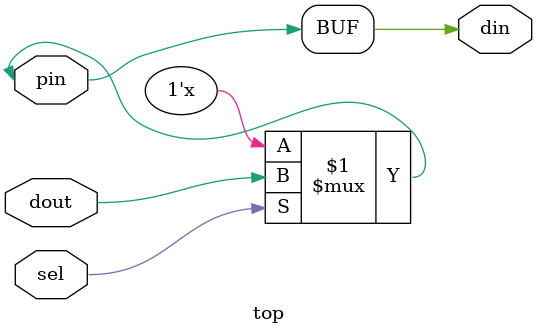
<source format=v>
module top(inout pin, input dout, sel, output din);
assign pin = sel ? dout : 1'bz;
assign din = pin;
endmodule

</source>
